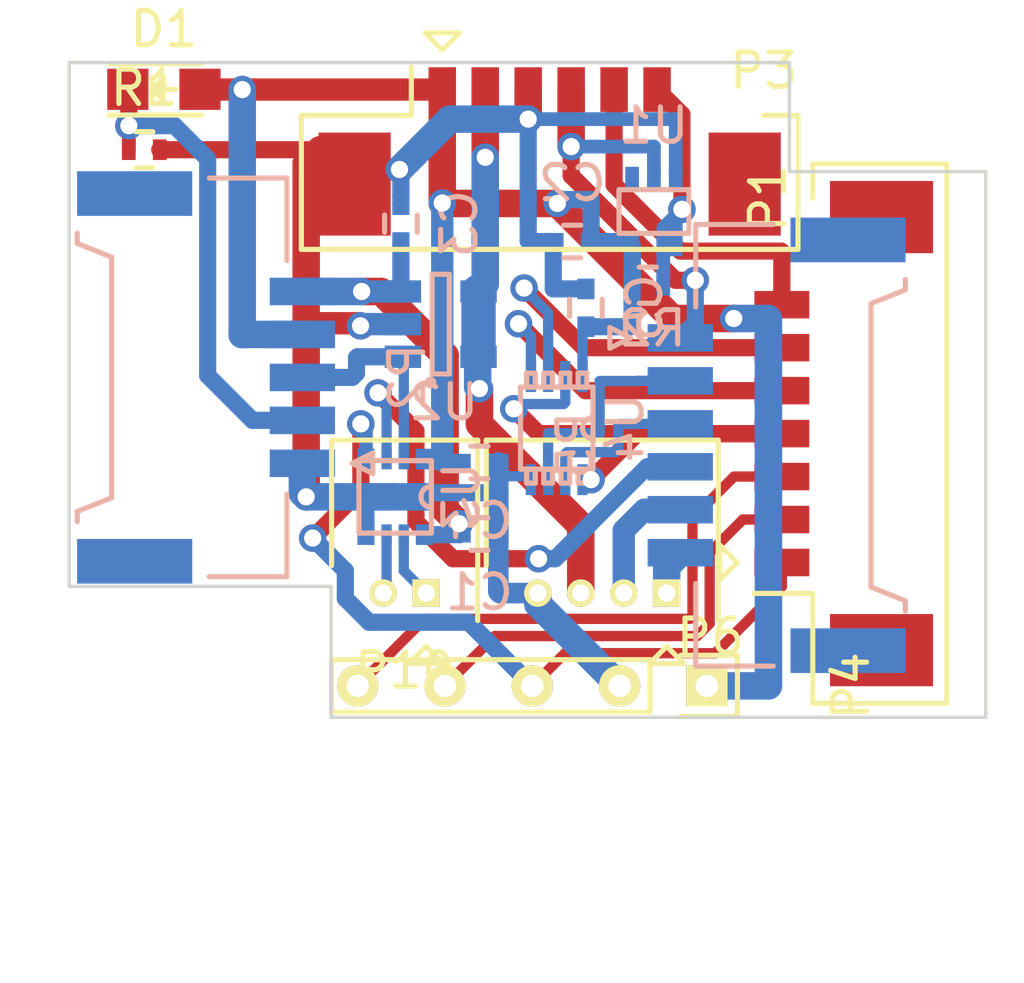
<source format=kicad_pcb>
(kicad_pcb (version 20221018) (generator pcbnew)
  (layers (0 "F.Cu" signal) (31 "B.Cu" signal) (34 "B.Paste" user) (35 "F.Paste" user) (36 "B.SilkS" user "B.Silkscreen") (37 "F.SilkS" user "F.Silkscreen") (38 "B.Mask" user) (39 "F.Mask" user) (44 "Edge.Cuts" user))
  (net 0 "")
  (net 1 "/VREG")
  (net 2 "GND")
  (net 3 "VCC")
  (net 4 "/LIGHT")
  (net 5 "/~{STEP_SLP}")
  (net 6 "/SOL_EN")
  (net 7 "/SRV2")
  (net 8 "/SRV1")
  (net 9 "/MISO")
  (net 10 "/SOL_DIR")
  (net 11 "/PWR_SEL")
  (net 12 "/SHD_DRV")
  (net 13 "/SCLK")
  (net 14 "/MT_DIR")
  (net 15 "/BL_CS")
  (net 16 "/MT_STOP")
  (net 17 "/SHD_P")
  (net 18 "/SHD_N")
  (net 19 "/VMOT")
  (net 20 "/BL_CI")
  (net 21 "/BL_DO")
  (net 22 "Net-(P3-Pad6)")
  (footprint "Resistors_SMD:R_0402" (layer "F.Cu") (at 73.31 59.67)
    (fp_text reference "R1" (at 0 -1.8) (layer "F.SilkS"))
    (fp_text value "10K")
    (fp_line (start -0.25 0.525) (end 0.25 0.525) (stroke (width 0.15)) (layer "F.SilkS"))
    (fp_line (start 0.25 -0.525) (end -0.25 -0.525) (stroke (width 0.15)) (layer "F.SilkS"))
    (pad "1" smd rect (at -0.45 0) (size 0.4 0.6) (layers "F.Cu" "F.Paste" "F.Mask") (net 4 "/LIGHT"))
    (pad "2" smd rect (at 0.45 0) (size 0.4 0.6) (layers "F.Cu" "F.Paste" "F.Mask") (net 2 "GND"))
  )
  (footprint "LEDs:LED_0805" (layer "F.Cu") (at 73.88098 57.912)
    (fp_text reference "D1" (at 0 -1.75) (layer "F.SilkS"))
    (fp_text value "SFH3710")
    (fp_line (start -1.6 -0.75) (end 1.1 -0.75) (stroke (width 0.15)) (layer "F.SilkS"))
    (fp_line (start -1.6 0.75) (end 1.1 0.75) (stroke (width 0.15)) (layer "F.SilkS"))
    (fp_line (start -0.35 -0.35) (end -0.35 0.35) (stroke (width 0.15)) (layer "F.SilkS"))
    (fp_line (start -0.35 0) (end 0 -0.35) (stroke (width 0.15)) (layer "F.SilkS"))
    (fp_line (start -0.1 -0.1) (end -0.25 0.05) (stroke (width 0.15)) (layer "F.SilkS"))
    (fp_line (start -0.1 0.15) (end -0.1 -0.1) (stroke (width 0.15)) (layer "F.SilkS"))
    (fp_line (start 0 -0.35) (end 0 0.35) (stroke (width 0.15)) (layer "F.SilkS"))
    (fp_line (start 0 0) (end 0.35 0) (stroke (width 0.15)) (layer "F.SilkS"))
    (fp_line (start 0 0.35) (end -0.35 0) (stroke (width 0.15)) (layer "F.SilkS"))
    (pad "1" smd rect (at -1.04902 0 180) (size 1.19888 1.19888) (layers "F.Cu" "F.Paste" "F.Mask") (net 4 "/LIGHT"))
    (pad "2" smd rect (at 1.04902 0 180) (size 1.19888 1.19888) (layers "F.Cu" "F.Paste" "F.Mask") (net 3 "VCC"))
  )
  (footprint "Connectors_Molex:Molex_PicoBlade_53048-0210" (layer "F.Cu") (at 81.51 72.57 180)
    (fp_text reference "P10" (at 0.625 -2.25 180) (layer "F.SilkS"))
    (fp_text value "CON_SHD")
    (fp_line (start -1.5 -0.8) (end -1.5 4.45) (stroke (width 0.15)) (layer "F.SilkS"))
    (fp_line (start -1.5 4.45) (end 2.75 4.45) (stroke (width 0.15)) (layer "F.SilkS"))
    (fp_line (start -0.5 -2.05) (end 0.5 -2.05) (stroke (width 0.15)) (layer "F.SilkS"))
    (fp_line (start 0 -1.55) (end -0.5 -2.05) (stroke (width 0.15)) (layer "F.SilkS"))
    (fp_line (start 0.5 -2.05) (end 0 -1.55) (stroke (width 0.15)) (layer "F.SilkS"))
    (fp_line (start 2.75 4.45) (end 2.75 0.8) (stroke (width 0.15)) (layer "F.SilkS"))
    (pad "1" thru_hole rect (at 0 0 180) (size 0.8 0.8) (drill 0.5) (layers "*.Cu" "*.Mask" "F.SilkS") (net 17 "/SHD_P"))
    (pad "2" thru_hole oval (at 1.25 0 180) (size 0.8 0.8) (drill 0.5) (layers "*.Cu" "*.Mask" "F.SilkS") (net 18 "/SHD_N"))
  )
  (footprint "Connectors_Molex:Molex_PicoBlade_53261-0771" (layer "F.Cu") (at 94.76 67.93 90)
    (fp_text reference "P1" (at 6.85 -3.3 90) (layer "F.SilkS"))
    (fp_text value "CONN_ProMini_Up")
    (fp_line (start -7.85 -2) (end -7.85 1.9) (stroke (width 0.15)) (layer "F.SilkS"))
    (fp_line (start -7.85 1.9) (end 7.85 1.9) (stroke (width 0.15)) (layer "F.SilkS"))
    (fp_line (start -4.65 -3.7) (end -4.65 -2) (stroke (width 0.15)) (layer "F.SilkS"))
    (fp_line (start -4.65 -2) (end -7.85 -2) (stroke (width 0.15)) (layer "F.SilkS"))
    (fp_line (start -4.25 -4.7) (end -3.25 -4.7) (stroke (width 0.15)) (layer "F.SilkS"))
    (fp_line (start -3.75 -4.2) (end -4.25 -4.7) (stroke (width 0.15)) (layer "F.SilkS"))
    (fp_line (start -3.25 -4.7) (end -3.75 -4.2) (stroke (width 0.15)) (layer "F.SilkS"))
    (fp_line (start 7.85 -2) (end 6.85 -2) (stroke (width 0.15)) (layer "F.SilkS"))
    (fp_line (start 7.85 1.9) (end 7.85 -2) (stroke (width 0.15)) (layer "F.SilkS"))
    (pad "" smd rect (at -6.3 0 90) (size 2.1 3) (layers "F.Cu" "F.Paste" "F.Mask"))
    (pad "" smd rect (at 6.3 0 90) (size 2.1 3) (layers "F.Cu" "F.Paste" "F.Mask"))
    (pad "1" smd rect (at -3.75 -2.9 90) (size 0.8 1.6) (layers "F.Cu" "F.Paste" "F.Mask") (net 5 "/~{STEP_SLP}"))
    (pad "2" smd rect (at -2.5 -2.9 90) (size 0.8 1.6) (layers "F.Cu" "F.Paste" "F.Mask") (net 6 "/SOL_EN"))
    (pad "3" smd rect (at -1.25 -2.9 90) (size 0.8 1.6) (layers "F.Cu" "F.Paste" "F.Mask") (net 10 "/SOL_DIR"))
    (pad "4" smd rect (at 0 -2.9 90) (size 0.8 1.6) (layers "F.Cu" "F.Paste" "F.Mask") (net 15 "/BL_CS"))
    (pad "5" smd rect (at 1.25 -2.9 90) (size 0.8 1.6) (layers "F.Cu" "F.Paste" "F.Mask") (net 13 "/SCLK"))
    (pad "6" smd rect (at 2.5 -2.9 90) (size 0.8 1.6) (layers "F.Cu" "F.Paste" "F.Mask") (net 9 "/MISO"))
    (pad "7" smd rect (at 3.75 -2.9 90) (size 0.8 1.6) (layers "F.Cu" "F.Paste" "F.Mask") (net 16 "/MT_STOP"))
  )
  (footprint "Connectors_Molex:Molex_PicoBlade_53048-0410" (layer "F.Cu") (at 88.51 72.57 180)
    (fp_text reference "P6" (at -1.27 -1.27 180) (layer "F.SilkS"))
    (fp_text value "CONN_SRV")
    (fp_line (start -1.5 -0.8) (end -1.5 4.45) (stroke (width 0.15)) (layer "F.SilkS"))
    (fp_line (start -1.5 4.45) (end 5.25 4.45) (stroke (width 0.15)) (layer "F.SilkS"))
    (fp_line (start -0.5 -2.05) (end 0.5 -2.05) (stroke (width 0.15)) (layer "F.SilkS"))
    (fp_line (start 0 -1.55) (end -0.5 -2.05) (stroke (width 0.15)) (layer "F.SilkS"))
    (fp_line (start 0.5 -2.05) (end 0 -1.55) (stroke (width 0.15)) (layer "F.SilkS"))
    (fp_line (start 5.25 4.45) (end 5.25 0.8) (stroke (width 0.15)) (layer "F.SilkS"))
    (pad "1" thru_hole rect (at 0 0 180) (size 0.8 0.8) (drill 0.5) (layers "*.Cu" "*.Mask" "F.SilkS") (net 8 "/SRV1"))
    (pad "2" thru_hole oval (at 1.25 0 180) (size 0.8 0.8) (drill 0.5) (layers "*.Cu" "*.Mask" "F.SilkS") (net 7 "/SRV2"))
    (pad "3" thru_hole oval (at 2.5 0 180) (size 0.8 0.8) (drill 0.5) (layers "*.Cu" "*.Mask" "F.SilkS") (net 19 "/VMOT"))
    (pad "4" thru_hole oval (at 3.75 0 180) (size 0.8 0.8) (drill 0.5) (layers "*.Cu" "*.Mask" "F.SilkS") (net 2 "GND"))
  )
  (footprint "perfboard:Pin_Header_Straight_1x05" (layer "F.Cu") (at 89.68 75.27 -90)
    (fp_text reference "P4" (at 0 -4.191 270) (layer "F.SilkS"))
    (fp_text value "CON_POLOLU_DRV8834")
    (fp_line (start -0.889 -0.889) (end 0.889 -0.889) (stroke (width 0.15)) (layer "F.SilkS"))
    (fp_line (start -0.889 0.762) (end -0.889 -0.889) (stroke (width 0.15)) (layer "F.SilkS"))
    (fp_line (start -0.762 10.922) (end -0.762 1.651) (stroke (width 0.15)) (layer "F.SilkS"))
    (fp_line (start 0.762 1.651) (end -0.762 1.651) (stroke (width 0.15)) (layer "F.SilkS"))
    (fp_line (start 0.762 1.651) (end 0.762 10.922) (stroke (width 0.15)) (layer "F.SilkS"))
    (fp_line (start 0.762 10.922) (end -0.762 10.922) (stroke (width 0.15)) (layer "F.SilkS"))
    (fp_line (start 0.889 -0.889) (end 0.889 0.762) (stroke (width 0.15)) (layer "F.SilkS"))
    (pad "1" thru_hole rect (at 0 0 270) (size 1.2 1.2) (drill 0.65) (layers "*.Cu" "*.Mask" "F.SilkS") (net 3 "VCC"))
    (pad "2" thru_hole circle (at 0 2.54 270) (size 1.2 1.2) (drill 0.65) (layers "*.Cu" "*.Mask" "F.SilkS") (net 2 "GND"))
    (pad "3" thru_hole circle (at 0 5.08 270) (size 1.2 1.2) (drill 0.65) (layers "*.Cu" "*.Mask" "F.SilkS") (net 5 "/~{STEP_SLP}"))
    (pad "4" thru_hole circle (at 0 7.62 270) (size 1.2 1.2) (drill 0.65) (layers "*.Cu" "*.Mask" "F.SilkS") (net 6 "/SOL_EN"))
    (pad "5" thru_hole circle (at 0 10.16 270) (size 1.2 1.2) (drill 0.65) (layers "*.Cu" "*.Mask" "F.SilkS") (net 10 "/SOL_DIR"))
  )
  (footprint "Connectors_Molex:Molex_PicoBlade_53398-0671" (layer "F.Cu") (at 85.105 60.67)
    (fp_text reference "P3" (at 6.225 -3.3) (layer "F.SilkS"))
    (fp_text value "CON_MT")
    (fp_line (start -7.225 -2) (end -7.225 1.9) (stroke (width 0.15)) (layer "F.SilkS"))
    (fp_line (start -7.225 1.9) (end 7.225 1.9) (stroke (width 0.15)) (layer "F.SilkS"))
    (fp_line (start -4.025 -3.4) (end -4.025 -2) (stroke (width 0.15)) (layer "F.SilkS"))
    (fp_line (start -4.025 -2) (end -7.225 -2) (stroke (width 0.15)) (layer "F.SilkS"))
    (fp_line (start -3.625 -4.4) (end -2.625 -4.4) (stroke (width 0.15)) (layer "F.SilkS"))
    (fp_line (start -3.125 -3.9) (end -3.625 -4.4) (stroke (width 0.15)) (layer "F.SilkS"))
    (fp_line (start -2.625 -4.4) (end -3.125 -3.9) (stroke (width 0.15)) (layer "F.SilkS"))
    (fp_line (start 7.225 -2) (end 6.225 -2) (stroke (width 0.15)) (layer "F.SilkS"))
    (fp_line (start 7.225 1.9) (end 7.225 -2) (stroke (width 0.15)) (layer "F.SilkS"))
    (pad "" smd rect (at -5.675 0) (size 2.1 3) (layers "F.Cu" "F.Paste" "F.Mask") (net 2 "GND"))
    (pad "" smd rect (at 5.675 0) (size 2.1 3) (layers "F.Cu" "F.Paste" "F.Mask"))
    (pad "1" smd rect (at -3.125 -2.75) (size 0.8 1.3) (layers "F.Cu" "F.Paste" "F.Mask") (net 3 "VCC"))
    (pad "2" smd rect (at -1.875 -2.75) (size 0.8 1.3) (layers "F.Cu" "F.Paste" "F.Mask") (net 19 "/VMOT"))
    (pad "3" smd rect (at -0.625 -2.75) (size 0.8 1.3) (layers "F.Cu" "F.Paste" "F.Mask") (net 2 "GND"))
    (pad "4" smd rect (at 0.625 -2.75) (size 0.8 1.3) (layers "F.Cu" "F.Paste" "F.Mask") (net 14 "/MT_DIR"))
    (pad "5" smd rect (at 1.875 -2.75) (size 0.8 1.3) (layers "F.Cu" "F.Paste" "F.Mask") (net 16 "/MT_STOP"))
    (pad "6" smd rect (at 3.125 -2.75) (size 0.8 1.3) (layers "F.Cu" "F.Paste" "F.Mask") (net 22 "Net-(P3-Pad6)"))
  )
  (footprint "Connectors_Molex:Molex_PicoBlade_51021-53048-0410" (layer "F.Cu") (at 88.51 72.57 180)
    (fp_text reference "REF**" hide)
    (fp_text value "Molex_PicoBlade_51021-0400" hide)
  )
  (footprint "Connectors_Molex:Molex_PicoBlade_51021-53261-0771" (layer "F.Cu") (at 94.747 67.93 90)
    (fp_text reference "REF**" hide)
    (fp_text value "Molex_PicoBlade_51021-0700" hide)
  )
  (footprint "Connectors_Molex:Molex_PicoBlade_51021-53261-0671" (layer "F.Cu") (at 85.095 60.691)
    (fp_text reference "REF**" hide)
    (fp_text value "Molex_PicoBlade_51021-0600" hide)
  )
  (footprint "Capacitors_SMD:C_0402" (layer "B.Cu") (at 83.06 70.85)
    (fp_text reference "C1" (at 0 1.7) (layer "B.SilkS") (effects (justify mirror)))
    (fp_text value "0.1uF")
    (fp_line (start -0.25 -0.475) (end 0.25 -0.475) (stroke (width 0.15)) (layer "B.SilkS"))
    (fp_line (start 0.25 0.475) (end -0.25 0.475) (stroke (width 0.15)) (layer "B.SilkS"))
    (pad "1" smd rect (at -0.55 0) (size 0.6 0.5) (layers "B.Cu" "B.Paste" "B.Mask") (net 1 "/VREG"))
    (pad "2" smd rect (at 0.55 0) (size 0.6 0.5) (layers "B.Cu" "B.Paste" "B.Mask") (net 2 "GND"))
  )
  (footprint "Capacitors_SMD:C_0402" (layer "B.Cu") (at 85.76 62.342 180)
    (fp_text reference "C2" (at 0 1.7 180) (layer "B.SilkS") (effects (justify mirror)))
    (fp_text value "0.1uF")
    (fp_line (start -0.25 -0.475) (end 0.25 -0.475) (stroke (width 0.15)) (layer "B.SilkS"))
    (fp_line (start 0.25 0.475) (end -0.25 0.475) (stroke (width 0.15)) (layer "B.SilkS"))
    (pad "1" smd rect (at -0.55 0 180) (size 0.6 0.5) (layers "B.Cu" "B.Paste" "B.Mask") (net 3 "VCC"))
    (pad "2" smd rect (at 0.55 0 180) (size 0.6 0.5) (layers "B.Cu" "B.Paste" "B.Mask") (net 2 "GND"))
  )
  (footprint "Capacitors_SMD:C_0402" (layer "B.Cu") (at 80.777 61.82 90)
    (fp_text reference "C3" (at 0 1.7 90) (layer "B.SilkS") (effects (justify mirror)))
    (fp_text value "0.1uF")
    (fp_line (start -0.25 -0.475) (end 0.25 -0.475) (stroke (width 0.15)) (layer "B.SilkS"))
    (fp_line (start 0.25 0.475) (end -0.25 0.475) (stroke (width 0.15)) (layer "B.SilkS"))
    (pad "1" smd rect (at -0.55 0 90) (size 0.6 0.5) (layers "B.Cu" "B.Paste" "B.Mask") (net 1 "/VREG"))
    (pad "2" smd rect (at 0.55 0 90) (size 0.6 0.5) (layers "B.Cu" "B.Paste" "B.Mask") (net 2 "GND"))
  )
  (footprint "Capacitors_SMD:C_0402" (layer "B.Cu") (at 83.06 68.77)
    (fp_text reference "C4" (at 0 1.7) (layer "B.SilkS") (effects (justify mirror)))
    (fp_text value "0.1uF")
    (fp_line (start -0.25 -0.475) (end 0.25 -0.475) (stroke (width 0.15)) (layer "B.SilkS"))
    (fp_line (start 0.25 0.475) (end -0.25 0.475) (stroke (width 0.15)) (layer "B.SilkS"))
    (pad "1" smd rect (at -0.55 0) (size 0.6 0.5) (layers "B.Cu" "B.Paste" "B.Mask") (net 3 "VCC"))
    (pad "2" smd rect (at 0.55 0) (size 0.6 0.5) (layers "B.Cu" "B.Paste" "B.Mask") (net 2 "GND"))
  )
  (footprint "Capacitors_SMD:C_0402" (layer "B.Cu") (at 86.16 64.27 90)
    (fp_text reference "C5" (at 0 1.7 90) (layer "B.SilkS") (effects (justify mirror)))
    (fp_text value "0.1uF")
    (fp_line (start -0.25 -0.475) (end 0.25 -0.475) (stroke (width 0.15)) (layer "B.SilkS"))
    (fp_line (start 0.25 0.475) (end -0.25 0.475) (stroke (width 0.15)) (layer "B.SilkS"))
    (pad "1" smd rect (at -0.55 0 90) (size 0.6 0.5) (layers "B.Cu" "B.Paste" "B.Mask") (net 3 "VCC"))
    (pad "2" smd rect (at 0.55 0 90) (size 0.6 0.5) (layers "B.Cu" "B.Paste" "B.Mask") (net 2 "GND"))
  )
  (footprint "Resistors_SMD:R_0402" (layer "B.Cu") (at 87.96 63.612)
    (fp_text reference "R2" (at 0.132 1.255) (layer "B.SilkS") (effects (justify mirror)))
    (fp_text value "10K")
    (fp_line (start -0.25 -0.525) (end 0.25 -0.525) (stroke (width 0.15)) (layer "B.SilkS"))
    (fp_line (start 0.25 0.525) (end -0.25 0.525) (stroke (width 0.15)) (layer "B.SilkS"))
    (pad "1" smd rect (at -0.45 0) (size 0.4 0.6) (layers "B.Cu" "B.Paste" "B.Mask") (net 3 "VCC"))
    (pad "2" smd rect (at 0.45 0) (size 0.4 0.6) (layers "B.Cu" "B.Paste" "B.Mask") (net 22 "Net-(P3-Pad6)"))
  )
  (footprint "perfboard:SOT-353" (layer "B.Cu") (at 88.138 61.468 -90)
    (fp_text reference "U1" (at -2.5 0 180) (layer "B.SilkS") (effects (justify mirror)))
    (fp_text value "74AHC1G04")
    (fp_line (start -0.635 -1.016) (end 0.635 -1.016) (stroke (width 0.15)) (layer "B.SilkS"))
    (fp_line (start -0.635 1.016) (end -0.635 -1.016) (stroke (width 0.15)) (layer "B.SilkS"))
    (fp_line (start 0.635 -1.016) (end 0.635 1.016) (stroke (width 0.15)) (layer "B.SilkS"))
    (fp_line (start 0.635 1.016) (end -0.635 1.016) (stroke (width 0.15)) (layer "B.SilkS"))
    (pad "1" smd rect (at -1 0.635 270) (size 0.6 0.4) (layers "B.Cu" "B.Paste" "B.Mask"))
    (pad "2" smd rect (at -1 0 270) (size 0.6 0.4) (layers "B.Cu" "B.Paste" "B.Mask") (net 14 "/MT_DIR"))
    (pad "3" smd rect (at -1 -0.635 270) (size 0.6 0.4) (layers "B.Cu" "B.Paste" "B.Mask") (net 2 "GND"))
    (pad "4" smd rect (at 1 -0.635 270) (size 0.6 0.4) (layers "B.Cu" "B.Paste" "B.Mask") (net 22 "Net-(P3-Pad6)"))
    (pad "5" smd rect (at 1 0.635 270) (size 0.6 0.4) (layers "B.Cu" "B.Paste" "B.Mask") (net 3 "VCC"))
  )
  (footprint "TO_SOT_Packages_SMD:SOT-23-5" (layer "B.Cu") (at 81.935 64.745)
    (fp_text reference "U2" (at 0.089 2.271) (layer "B.SilkS") (effects (justify mirror)))
    (fp_text value "MIC2514")
    (fp_line (start -0.25 -1.45) (end 0.25 -1.45) (stroke (width 0.15)) (layer "B.SilkS"))
    (fp_line (start -0.25 1.45) (end -0.25 -1.45) (stroke (width 0.15)) (layer "B.SilkS"))
    (fp_line (start 0.25 -1.45) (end 0.25 1.45) (stroke (width 0.15)) (layer "B.SilkS"))
    (fp_line (start 0.25 1.45) (end -0.25 1.45) (stroke (width 0.15)) (layer "B.SilkS"))
    (fp_circle (center -0.3 1.7) (end -0.2 1.7) (stroke (width 0.15)) (fill none) (layer "B.SilkS"))
    (pad "1" smd rect (at -1.1 0.95) (size 1.06 0.65) (layers "B.Cu" "B.Paste" "B.Mask") (net 11 "/PWR_SEL"))
    (pad "2" smd rect (at -1.1 0) (size 1.06 0.65) (layers "B.Cu" "B.Paste" "B.Mask") (net 2 "GND"))
    (pad "3" smd rect (at -1.1 -0.95) (size 1.06 0.65) (layers "B.Cu" "B.Paste" "B.Mask") (net 1 "/VREG"))
    (pad "4" smd rect (at 1.1 -0.95) (size 1.06 0.65) (layers "B.Cu" "B.Paste" "B.Mask") (net 19 "/VMOT"))
    (pad "5" smd rect (at 1.1 0.95) (size 1.06 0.65) (layers "B.Cu" "B.Paste" "B.Mask") (net 19 "/VMOT"))
  )
  (footprint "perfboard:SN74LVC2G126_DCU_8" (layer "B.Cu") (at 85.31 67.77 90)
    (fp_text reference "U4" (at 0 2 90) (layer "B.SilkS") (effects (justify mirror)))
    (fp_text value "74LVC2G126")
    (fp_line (start -1.6002 -0.877) (end -1.1938 -0.877) (stroke (width 0.1524)) (layer "B.SilkS"))
    (fp_line (start -1.6002 -0.623) (end -1.6002 -0.877) (stroke (width 0.1524)) (layer "B.SilkS"))
    (fp_line (start -1.6002 -0.377) (end -1.1938 -0.377) (stroke (width 0.1524)) (layer "B.SilkS"))
    (fp_line (start -1.6002 -0.123) (end -1.6002 -0.377) (stroke (width 0.1524)) (layer "B.SilkS"))
    (fp_line (start -1.6002 0.123) (end -1.1938 0.123) (stroke (width 0.1524)) (layer "B.SilkS"))
    (fp_line (start -1.6002 0.377) (end -1.6002 0.123) (stroke (width 0.1524)) (layer "B.SilkS"))
    (fp_line (start -1.6002 0.623) (end -1.1938 0.623) (stroke (width 0.1524)) (layer "B.SilkS"))
    (fp_line (start -1.6002 0.877) (end -1.6002 0.623) (stroke (width 0.1524)) (layer "B.SilkS"))
    (fp_line (start -1.1938 -1.0541) (end 1.1938 -1.0541) (stroke (width 0.1524)) (layer "B.SilkS"))
    (fp_line (start -1.1938 -0.877) (end -1.1938 -0.623) (stroke (width 0.1524)) (layer "B.SilkS"))
    (fp_line (start -1.1938 -0.623) (end -1.6002 -0.623) (stroke (width 0.1524)) (layer "B.SilkS"))
    (fp_line (start -1.1938 -0.377) (end -1.1938 -0.123) (stroke (width 0.1524)) (layer "B.SilkS"))
    (fp_line (start -1.1938 -0.123) (end -1.6002 -0.123) (stroke (width 0.1524)) (layer "B.SilkS"))
    (fp_line (start -1.1938 0.123) (end -1.1938 0.377) (stroke (width 0.1524)) (layer "B.SilkS"))
    (fp_line (start -1.1938 0.377) (end -1.6002 0.377) (stroke (width 0.1524)) (layer "B.SilkS"))
    (fp_line (start -1.1938 0.623) (end -1.1938 0.877) (stroke (width 0.1524)) (layer "B.SilkS"))
    (fp_line (start -1.1938 0.877) (end -1.6002 0.877) (stroke (width 0.1524)) (layer "B.SilkS"))
    (fp_line (start -1.1938 1.0541) (end -1.1938 -1.0541) (stroke (width 0.1524)) (layer "B.SilkS"))
    (fp_line (start 1.1938 -1.0541) (end 1.1938 1.0541) (stroke (width 0.1524)) (layer "B.SilkS"))
    (fp_line (start 1.1938 -0.877) (end 1.6002 -0.877) (stroke (width 0.1524)) (layer "B.SilkS"))
    (fp_line (start 1.1938 -0.623) (end 1.1938 -0.877) (stroke (width 0.1524)) (layer "B.SilkS"))
    (fp_line (start 1.1938 -0.377) (end 1.6002 -0.377) (stroke (width 0.1524)) (layer "B.SilkS"))
    (fp_line (start 1.1938 -0.123) (end 1.1938 -0.377) (stroke (width 0.1524)) (layer "B.SilkS"))
    (fp_line (start 1.1938 0.123) (end 1.6002 0.123) (stroke (width 0.1524)) (layer "B.SilkS"))
    (fp_line (start 1.1938 0.377) (end 1.1938 0.123) (stroke (width 0.1524)) (layer "B.SilkS"))
    (fp_line (start 1.1938 0.623) (end 1.6002 0.623) (stroke (width 0.1524)) (layer "B.SilkS"))
    (fp_line (start 1.1938 0.877) (end 1.1938 0.623) (stroke (width 0.1524)) (layer "B.SilkS"))
    (fp_line (start 1.1938 1.0541) (end -1.1938 1.0541) (stroke (width 0.1524)) (layer "B.SilkS"))
    (fp_line (start 1.6002 -0.877) (end 1.6002 -0.623) (stroke (width 0.1524)) (layer "B.SilkS"))
    (fp_line (start 1.6002 -0.623) (end 1.1938 -0.623) (stroke (width 0.1524)) (layer "B.SilkS"))
    (fp_line (start 1.6002 -0.377) (end 1.6002 -0.123) (stroke (width 0.1524)) (layer "B.SilkS"))
    (fp_line (start 1.6002 -0.123) (end 1.1938 -0.123) (stroke (width 0.1524)) (layer "B.SilkS"))
    (fp_line (start 1.6002 0.123) (end 1.6002 0.377) (stroke (width 0.1524)) (layer "B.SilkS"))
    (fp_line (start 1.6002 0.377) (end 1.1938 0.377) (stroke (width 0.1524)) (layer "B.SilkS"))
    (fp_line (start 1.6002 0.623) (end 1.6002 0.877) (stroke (width 0.1524)) (layer "B.SilkS"))
    (fp_line (start 1.6002 0.877) (end 1.1938 0.877) (stroke (width 0.1524)) (layer "B.SilkS"))
    (fp_arc (start -0.3048 1.0541) (mid 0 0.7493) (end 0.3048 1.0541) (stroke (width 0.1524)) (layer "B.SilkS"))
    (pad "1" smd rect (at -1.5 0.75 90) (size 0.9 0.3) (layers "B.Cu" "B.Paste" "B.Mask") (net 15 "/BL_CS"))
    (pad "2" smd rect (at -1.5 0.25 90) (size 0.9 0.3) (layers "B.Cu" "B.Paste" "B.Mask") (net 21 "/BL_DO"))
    (pad "3" smd rect (at -1.5 -0.25 90) (size 0.9 0.3) (layers "B.Cu" "B.Paste" "B.Mask") (net 20 "/BL_CI"))
    (pad "4" smd rect (at -1.5 -0.75 90) (size 0.9 0.3) (layers "B.Cu" "B.Paste" "B.Mask") (net 2 "GND"))
    (pad "5" smd rect (at 1.5 -0.75 90) (size 0.9 0.3) (layers "B.Cu" "B.Paste" "B.Mask") (net 13 "/SCLK"))
    (pad "6" smd rect (at 1.5 -0.25 90) (size 0.9 0.3) (layers "B.Cu" "B.Paste" "B.Mask") (net 9 "/MISO"))
    (pad "7" smd rect (at 1.5 0.25 90) (size 0.9 0.3) (layers "B.Cu" "B.Paste" "B.Mask") (net 15 "/BL_CS"))
    (pad "8" smd rect (at 1.5 0.75 90) (size 0.9 0.3) (layers "B.Cu" "B.Paste" "B.Mask") (net 3 "VCC"))
  )
  (footprint "perfboard:DRV8838_DSG_8_ManualSolder" (layer "B.Cu") (at 80.61 69.770001 90)
    (fp_text reference "U3" (at -0.00254 1.9304 90) (layer "B.SilkS") (effects (justify mirror)))
    (fp_text value "DRV8838")
    (fp_line (start -1.0541 -1.0541) (end 1.0541 -1.0541) (stroke (width 0.1524)) (layer "B.SilkS"))
    (fp_line (start -1.0541 1.0541) (end -1.0541 -1.0541) (stroke (width 0.1524)) (layer "B.SilkS"))
    (fp_line (start 1.0541 -1.0541) (end 1.0541 1.0541) (stroke (width 0.1524)) (layer "B.SilkS"))
    (fp_line (start 1.0541 1.0541) (end -1.0541 1.0541) (stroke (width 0.1524)) (layer "B.SilkS"))
    (fp_arc (start -0.3048 1.0541) (mid 0 0.7493) (end 0.3048 1.0541) (stroke (width 0.1524)) (layer "B.SilkS"))
    (pad "1" smd rect (at -1.1 0.85 90) (size 0.6 0.5) (layers "B.Cu" "B.Paste" "B.Mask") (net 1 "/VREG"))
    (pad "1" smd circle (at -0.950001 0.750001 90) (size 0.0254 0.0254) (layers "B.Cu" "B.Paste" "B.Mask") (net 1 "/VREG"))
    (pad "2" smd rect (at -1.1 0.25 90) (size 0.6 0.3) (layers "B.Cu" "B.Paste" "B.Mask") (net 17 "/SHD_P"))
    (pad "2" smd circle (at -0.950001 0.25 90) (size 0.0254 0.0254) (layers "B.Cu" "B.Paste" "B.Mask") (net 17 "/SHD_P"))
    (pad "3" smd rect (at -1.1 -0.25 90) (size 0.6 0.3) (layers "B.Cu" "B.Paste" "B.Mask") (net 18 "/SHD_N"))
    (pad "3" smd circle (at -0.950001 -0.25 90) (size 0.0254 0.0254) (layers "B.Cu" "B.Paste" "B.Mask") (net 18 "/SHD_N"))
    (pad "4" smd rect (at -1.1 -0.85 90) (size 0.6 0.5) (layers "B.Cu" "B.Paste" "B.Mask") (net 2 "GND"))
    (pad "4" smd circle (at -0.950001 -0.750001 90) (size 0.0254 0.0254) (layers "B.Cu" "B.Paste" "B.Mask") (net 2 "GND"))
    (pad "5" smd circle (at 0.950001 -0.750001 90) (size 0.0254 0.0254) (layers "B.Cu" "B.Paste" "B.Mask") (net 5 "/~{STEP_SLP}"))
    (pad "5" smd rect (at 1.1 -0.85 90) (size 0.6 0.5) (layers "B.Cu" "B.Paste" "B.Mask") (net 5 "/~{STEP_SLP}"))
    (pad "6" smd circle (at 0.950001 -0.25 90) (size 0.0254 0.0254) (layers "B.Cu" "B.Paste" "B.Mask") (net 12 "/SHD_DRV"))
    (pad "6" smd rect (at 1.1 -0.25 90) (size 0.6 0.3) (layers "B.Cu" "B.Paste" "B.Mask") (net 12 "/SHD_DRV"))
    (pad "7" smd circle (at 0.950001 0.25 90) (size 0.0254 0.0254) (layers "B.Cu" "B.Paste" "B.Mask") (net 11 "/PWR_SEL"))
    (pad "7" smd rect (at 1.1 0.25 90) (size 0.6 0.3) (layers "B.Cu" "B.Paste" "B.Mask") (net 11 "/PWR_SEL"))
    (pad "8" smd circle (at 0.950001 0.750001 90) (size 0.0254 0.0254) (layers "B.Cu" "B.Paste" "B.Mask") (net 3 "VCC"))
    (pad "8" smd rect (at 1.1 0.85 90) (size 0.6 0.5) (layers "B.Cu" "B.Paste" "B.Mask") (net 3 "VCC"))
    (pad "9" smd rect (at 0 0 90) (size 0.0254 0.0254) (layers "B.Cu" "B.Paste" "B.Mask") (net 2 "GND"))
    (pad "9" smd rect (at 0 0 90) (size 0.0254 0.0254) (layers "B.Cu" "B.Paste" "B.Mask") (net 2 "GND"))
    (pad "9" smd rect (at 0 0 90) (size 0.8 2.2) (layers "B.Cu" "B.Paste" "B.Mask") (net 2 "GND"))
  )
  (footprint "Connectors_Molex:Molex_Panelmate-53780-0570_05x1.25mm_Angled" (layer "B.Cu") (at 75.47 66.295 90)
    (fp_text reference "P2" (at 0 5.49 90) (layer "B.SilkS") (effects (justify mirror)))
    (fp_text value "CONN_ProMini_Down2")
    (fp_line (start -5.8 1.99) (end -5.8 -0.265) (stroke (width 0.15)) (layer "B.SilkS"))
    (fp_line (start -4.2 -4.11) (end -3.9 -4.11) (stroke (width 0.15)) (layer "B.SilkS"))
    (fp_line (start -3.9 -4.11) (end -3.5 -3.11) (stroke (width 0.15)) (layer "B.SilkS"))
    (fp_line (start -3.5 -3.11) (end 3.5 -3.11) (stroke (width 0.15)) (layer "B.SilkS"))
    (fp_line (start -3.4 1.99) (end -5.8 1.99) (stroke (width 0.15)) (layer "B.SilkS"))
    (fp_line (start -2.8 4.49) (end -2.5 3.89) (stroke (width 0.15)) (layer "B.SilkS"))
    (fp_line (start -2.5 3.89) (end -2.2 4.49) (stroke (width 0.15)) (layer "B.SilkS"))
    (fp_line (start -2.2 4.49) (end -2.8 4.49) (stroke (width 0.15)) (layer "B.SilkS"))
    (fp_line (start 3.4 1.99) (end 5.8 1.99) (stroke (width 0.15)) (layer "B.SilkS"))
    (fp_line (start 3.5 -3.11) (end 3.9 -4.11) (stroke (width 0.15)) (layer "B.SilkS"))
    (fp_line (start 3.9 -4.11) (end 4.2 -4.11) (stroke (width 0.15)) (layer "B.SilkS"))
    (fp_line (start 5.8 1.99) (end 5.8 -0.265) (stroke (width 0.15)) (layer "B.SilkS"))
    (pad "" smd rect (at -5.35 -2.44 90) (size 1.3 3.35) (layers "B.Cu" "B.Paste" "B.Mask"))
    (pad "" smd rect (at 5.35 -2.44 90) (size 1.3 3.35) (layers "B.Cu" "B.Paste" "B.Mask"))
    (pad "1" smd rect (at -2.5 2.44 90) (size 0.8 1.9) (layers "B.Cu" "B.Paste" "B.Mask") (net 2 "GND"))
    (pad "2" smd rect (at -1.25 2.44 90) (size 0.8 1.9) (layers "B.Cu" "B.Paste" "B.Mask") (net 4 "/LIGHT"))
    (pad "3" smd rect (at 0 2.44 90) (size 0.8 1.9) (layers "B.Cu" "B.Paste" "B.Mask") (net 11 "/PWR_SEL"))
    (pad "4" smd rect (at 1.25 2.44 90) (size 0.8 1.9) (layers "B.Cu" "B.Paste" "B.Mask") (net 3 "VCC"))
    (pad "5" smd rect (at 2.5 2.44 90) (size 0.8 1.9) (layers "B.Cu" "B.Paste" "B.Mask") (net 1 "/VREG"))
  )
  (footprint "Connectors_Molex:Molex_Panelmate-53780-0670_06x1.25mm_Angled" (layer "B.Cu") (at 91.345 68.27 -90)
    (fp_text reference "P5" (at 0 5.49 270) (layer "B.SilkS") (effects (justify mirror)))
    (fp_text value "CON_ProMini_Down")
    (fp_line (start -6.425 1.99) (end -6.425 -0.265) (stroke (width 0.15)) (layer "B.SilkS"))
    (fp_line (start -4.825 -4.11) (end -4.525 -4.11) (stroke (width 0.15)) (layer "B.SilkS"))
    (fp_line (start -4.525 -4.11) (end -4.125 -3.11) (stroke (width 0.15)) (layer "B.SilkS"))
    (fp_line (start -4.125 -3.11) (end 4.125 -3.11) (stroke (width 0.15)) (layer "B.SilkS"))
    (fp_line (start -4.025 1.99) (end -6.425 1.99) (stroke (width 0.15)) (layer "B.SilkS"))
    (fp_line (start -3.425 4.49) (end -3.125 3.89) (stroke (width 0.15)) (layer "B.SilkS"))
    (fp_line (start -3.125 3.89) (end -2.825 4.49) (stroke (width 0.15)) (layer "B.SilkS"))
    (fp_line (start -2.825 4.49) (end -3.425 4.49) (stroke (width 0.15)) (layer "B.SilkS"))
    (fp_line (start 4.025 1.99) (end 6.425 1.99) (stroke (width 0.15)) (layer "B.SilkS"))
    (fp_line (start 4.125 -3.11) (end 4.525 -4.11) (stroke (width 0.15)) (layer "B.SilkS"))
    (fp_line (start 4.525 -4.11) (end 4.825 -4.11) (stroke (width 0.15)) (layer "B.SilkS"))
    (fp_line (start 6.425 1.99) (end 6.425 -0.265) (stroke (width 0.15)) (layer "B.SilkS"))
    (pad "" smd rect (at -5.975 -2.44 270) (size 1.3 3.35) (layers "B.Cu" "B.Paste" "B.Mask"))
    (pad "" smd rect (at 5.975 -2.44 270) (size 1.3 3.35) (layers "B.Cu" "B.Paste" "B.Mask"))
    (pad "1" smd rect (at -3.125 2.44 270) (size 0.8 1.9) (layers "B.Cu" "B.Paste" "B.Mask") (net 14 "/MT_DIR"))
    (pad "2" smd rect (at -1.875 2.44 270) (size 0.8 1.9) (layers "B.Cu" "B.Paste" "B.Mask") (net 20 "/BL_CI"))
    (pad "3" smd rect (at -0.625 2.44 270) (size 0.8 1.9) (layers "B.Cu" "B.Paste" "B.Mask") (net 21 "/BL_DO"))
    (pad "4" smd rect (at 0.625 2.44 270) (size 0.8 1.9) (layers "B.Cu" "B.Paste" "B.Mask") (net 12 "/SHD_DRV"))
    (pad "5" smd rect (at 1.875 2.44 270) (size 0.8 1.9) (layers "B.Cu" "B.Paste" "B.Mask") (net 7 "/SRV2"))
    (pad "6" smd rect (at 3.125 2.44 270) (size 0.8 1.9) (layers "B.Cu" "B.Paste" "B.Mask") (net 8 "/SRV1"))
  )
  (footprint "Connectors_Molex:Molex_Panelmate-51146-0600" (layer "B.Cu") (at 91.318 68.27 -90)
    (fp_text reference "REF**" hide)
    (fp_text value "Molex_Panelmate-51146-0600" hide)
  )
  (footprint "Connectors_Molex:Molex_Panelmate-51146-0500" (layer "B.Cu") (at 75.443 66.279 90)
    (fp_text reference "__P2" hide)
    (fp_text value "Molex_Panelmate-51146-0500" hide)
  )
  (gr_line (start 92.08 57.135) (end 92.08 60.31) (stroke (width 0.1)) (layer "Edge.Cuts"))
  (gr_line (start 92.08 60.31) (end 97.795 60.31) (stroke (width 0.1)) (layer "Edge.Cuts"))
  (gr_line (start 97.795 60.31) (end 97.795 76.185) (stroke (width 0.1)) (layer "Edge.Cuts"))
  (gr_line (start 78.745 72.375) (end 78.745 76.185) (stroke (width 0.1)) (layer "Edge.Cuts"))
  (gr_line (start 71.125 72.375) (end 78.745 72.375) (stroke (width 0.1)) (layer "Edge.Cuts"))
  (gr_line (start 71.125 57.135) (end 92.08 57.135) (stroke (width 0.1)) (layer "Edge.Cuts"))
  (gr_line (start 71.125 57.135) (end 71.125 72.375) (stroke (width 0.1)) (layer "Edge.Cuts"))
  (gr_line (start 97.795 76.185) (end 78.745 76.185) (stroke (width 0.1)) (layer "Edge.Cuts"))
  (segment (start 82.062999 70.142999) (end 82.062999 65.658314) (width 0.8) (layer "F.Cu") (net 1))
  (segment (start 82.47 70.55) (end 82.062999 70.142999) (width 0.8) (layer "F.Cu") (net 1))
  (segment (start 82.062999 65.658314) (end 80.199685 63.795) (width 0.8) (layer "F.Cu") (net 1))
  (segment (start 80.199685 63.795) (end 79.634 63.795) (width 0.8) (layer "F.Cu") (net 1))
  (via (at 82.47 70.55) (size 0.8) (drill 0.5) (layers "F.Cu" "B.Cu") (net 1))
  (via (at 79.634 63.795) (size 0.8) (drill 0.5) (layers "F.Cu" "B.Cu") (net 1))
  (segment (start 81.46 70.870001) (end 82.489999 70.870001) (width 0.5) (layer "B.Cu") (net 1))
  (segment (start 79.634 63.795) (end 80.81 63.795) (width 0.65) (layer "B.Cu") (net 1))
  (segment (start 80.777 62.37) (end 80.777 63.737) (width 0.5) (layer "B.Cu") (net 1))
  (segment (start 82.47 70.81) (end 82.51 70.85) (width 0.5) (layer "B.Cu") (net 1))
  (segment (start 77.91 63.795) (end 79.634 63.795) (width 0.8) (layer "B.Cu") (net 1))
  (segment (start 82.47 70.55) (end 82.47 70.81) (width 0.5) (layer "B.Cu") (net 1))
  (segment (start 82.489999 70.870001) (end 82.51 70.85) (width 0.5) (layer "B.Cu") (net 1))
  (segment (start 80.777 63.737) (end 80.835 63.795) (width 0.5) (layer "B.Cu") (net 1))
  (segment (start 79.855 60.245) (end 79.43 60.67) (width 0.5) (layer "F.Cu") (net 2))
  (segment (start 79.602049 64.79401) (end 79.52704 64.719001) (width 0.65) (layer "F.Cu") (net 2))
  (segment (start 84.48 57.92) (end 84.48 58.78) (width 0.8) (layer "F.Cu") (net 2))
  (segment (start 78.020001 60.079999) (end 78.43 59.67) (width 0.8) (layer "F.Cu") (net 2))
  (segment (start 79.43 60.22) (end 79.43 60.67) (width 0.25) (layer "F.Cu") (net 2))
  (segment (start 79.52704 64.719001) (end 78.069002 64.719001) (width 0.65) (layer "F.Cu") (net 2))
  (segment (start 78.069002 64.719001) (end 78.020001 64.67) (width 0.65) (layer "F.Cu") (net 2))
  (segment (start 78.020001 64.67) (end 78.020001 60.079999) (width 0.8) (layer "F.Cu") (net 2))
  (segment (start 80.735 60.245) (end 79.855 60.245) (width 0.5) (layer "F.Cu") (net 2))
  (segment (start 78.020001 69.770001) (end 78.020001 64.67) (width 0.8) (layer "F.Cu") (net 2))
  (segment (start 73.76 59.67) (end 78.43 59.67) (width 0.5) (layer "F.Cu") (net 2))
  (segment (start 78.43 59.67) (end 79.43 60.67) (width 0.5) (layer "F.Cu") (net 2))
  (via (at 79.602049 64.79401) (size 0.8) (drill 0.5) (layers "F.Cu" "B.Cu") (net 2))
  (via (at 84.48 58.78) (size 0.8) (drill 0.5) (layers "F.Cu" "B.Cu") (net 2))
  (via (at 78.020001 69.770001) (size 0.8) (drill 0.5) (layers "F.Cu" "B.Cu") (net 2))
  (via (at 80.735 60.245) (size 0.8) (drill 0.5) (layers "F.Cu" "B.Cu") (net 2))
  (segment (start 80.61 69.770001) (end 80.720001 69.66) (width 0.5) (layer "B.Cu") (net 2))
  (segment (start 77.91 68.795) (end 77.91 69.66) (width 0.8) (layer "B.Cu") (net 2))
  (segment (start 80.735 60.245) (end 82.2 58.78) (width 0.8) (layer "B.Cu") (net 2))
  (segment (start 88.773 60.468) (end 88.773 58.787) (width 0.4) (layer "B.Cu") (net 2))
  (segment (start 83.61 72.53) (end 83.61 70.85) (width 0.6) (layer "B.Cu") (net 2))
  (segment (start 78.96 69.770001) (end 80.61 69.770001) (width 0.8) (layer "B.Cu") (net 2))
  (segment (start 83.61 68.77) (end 83.61 69.59) (width 0.6) (layer "B.Cu") (net 2))
  (segment (start 80.777 61.27) (end 80.777 60.287) (width 0.5) (layer "B.Cu") (net 2))
  (segment (start 80.730001 69.65) (end 83.55 69.65) (width 0.5) (layer "B.Cu") (net 2))
  (segment (start 80.510001 69.819999) (end 80.904 69.819999) (width 0.3) (layer "B.Cu") (net 2))
  (segment (start 85.21 62.342) (end 84.502 62.342) (width 0.5) (layer "B.Cu") (net 2))
  (segment (start 83.61 69.59) (end 83.61 70.85) (width 0.6) (layer "B.Cu") (net 2))
  (segment (start 84.502 62.342) (end 84.48 62.32) (width 0.5) (layer "B.Cu") (net 2))
  (segment (start 85.21 62.342) (end 85.21 63.72) (width 0.5) (layer "B.Cu") (net 2))
  (segment (start 83.55 69.65) (end 83.61 69.59) (width 0.5) (layer "B.Cu") (net 2))
  (segment (start 83.61 69.17) (end 83.61 68.72) (width 0.3) (layer "B.Cu") (net 2))
  (segment (start 79.46 69.770001) (end 78.96 69.770001) (width 0.5) (layer "B.Cu") (net 2))
  (segment (start 85.21 63.72) (end 86.16 63.72) (width 0.5) (layer "B.Cu") (net 2))
  (segment (start 87.14 75.27) (end 84.76 72.89) (width 0.8) (layer "B.Cu") (net 2))
  (segment (start 77.91 69.66) (end 78.020001 69.770001) (width 0.8) (layer "B.Cu") (net 2))
  (segment (start 82.2 58.78) (end 84.48 58.78) (width 0.8) (layer "B.Cu") (net 2))
  (segment (start 84.56 69.17) (end 83.61 69.17) (width 0.3) (layer "B.Cu") (net 2))
  (segment (start 83.65 72.57) (end 83.61 72.53) (width 0.5) (layer "B.Cu") (net 2))
  (segment (start 84.76 72.89) (end 84.76 72.57) (width 0.8) (layer "B.Cu") (net 2))
  (segment (start 79.76 70.070001) (end 79.46 69.770001) (width 0.5) (layer "B.Cu") (net 2))
  (segment (start 79.651059 64.745) (end 79.602049 64.79401) (width 0.65) (layer "B.Cu") (net 2))
  (segment (start 79.76 70.870001) (end 79.76 70.070001) (width 0.5) (layer "B.Cu") (net 2))
  (segment (start 84.48 62.32) (end 84.48 58.78) (width 0.5) (layer "B.Cu") (net 2))
  (segment (start 84.76 72.57) (end 83.65 72.57) (width 0.6) (layer "B.Cu") (net 2))
  (segment (start 80.61 69.770001) (end 80.730001 69.65) (width 0.5) (layer "B.Cu") (net 2))
  (segment (start 80.81 64.745) (end 79.651059 64.745) (width 0.65) (layer "B.Cu") (net 2))
  (segment (start 80.777 60.287) (end 80.735 60.245) (width 0.5) (layer "B.Cu") (net 2))
  (segment (start 88.773 58.787) (end 88.766 58.78) (width 0.4) (layer "B.Cu") (net 2))
  (segment (start 78.020001 69.770001) (end 78.96 69.770001) (width 0.8) (layer "B.Cu") (net 2))
  (segment (start 88.766 58.78) (end 84.48 58.78) (width 0.4) (layer "B.Cu") (net 2))
  (segment (start 81.993219 61.233219) (end 85.32901 61.233219) (width 0.8) (layer "F.Cu") (net 3))
  (segment (start 81.98 57.92) (end 81.98 61.22) (width 0.8) (layer "F.Cu") (net 3))
  (segment (start 88.676781 64.58099) (end 85.32901 61.233219) (width 0.8) (layer "F.Cu") (net 3))
  (segment (start 74.938 57.92) (end 74.93 57.912) (width 0.65) (layer "F.Cu") (net 3))
  (segment (start 81.98 57.92) (end 76.16 57.92) (width 0.65) (layer "F.Cu") (net 3))
  (segment (start 76.16 57.92) (end 74.938 57.92) (width 0.65) (layer "F.Cu") (net 3))
  (segment (start 90.460999 64.58099) (end 88.676781 64.58099) (width 0.8) (layer "F.Cu") (net 3))
  (segment (start 89.75 75.55) (end 89.54 75.55) (width 0.25) (layer "F.Cu") (net 3))
  (segment (start 81.853 57.643) (end 81.98 57.77) (width 0.25) (layer "F.Cu") (net 3))
  (segment (start 81.98 61.22) (end 81.993219 61.233219) (width 0.8) (layer "F.Cu") (net 3))
  (via (at 85.32901 61.233219) (size 0.8) (drill 0.5) (layers "F.Cu" "B.Cu") (net 3))
  (via (at 81.98 61.22) (size 0.8) (drill 0.5) (layers "F.Cu" "B.Cu") (net 3))
  (via (at 76.16 57.92) (size 0.8) (drill 0.5) (layers "F.Cu" "B.Cu") (net 3))
  (via (at 90.460999 64.58099) (size 0.8) (drill 0.5) (layers "F.Cu" "B.Cu") (net 3))
  (segment (start 87.454999 64.82) (end 87.503 64.771999) (width 0.5) (layer "B.Cu") (net 3))
  (segment (start 82.51 68.77) (end 82.03 68.77) (width 0.5) (layer "B.Cu") (net 3))
  (segment (start 91.46099 64.58099) (end 91.47 64.59) (width 0.8) (layer "B.Cu") (net 3))
  (segment (start 76.16 65.045) (end 76.155 65.05) (width 0.8) (layer "B.Cu") (net 3))
  (segment (start 86.06 64.92) (end 86.16 64.82) (width 0.3) (layer "B.Cu") (net 3))
  (segment (start 90.460999 64.58099) (end 91.46099 64.58099) (width 0.8) (layer "B.Cu") (net 3))
  (segment (start 87.51 63.612) (end 87.51 62.475) (width 0.5) (layer "B.Cu") (net 3))
  (segment (start 81.96 68.72) (end 81.509999 68.72) (width 0.5) (layer "B.Cu") (net 3))
  (segment (start 87.51 62.475) (end 87.503 62.468) (width 0.5) (layer "B.Cu") (net 3))
  (segment (start 87.503 64.771999) (end 87.503 62.468) (width 0.5) (layer "B.Cu") (net 3))
  (segment (start 86.06 66.37) (end 86.06 64.92) (width 0.3) (layer "B.Cu") (net 3))
  (segment (start 91.47 64.59) (end 91.47 75.27) (width 0.8) (layer "B.Cu") (net 3))
  (segment (start 85.442229 61.12) (end 85.32901 61.233219) (width 0.5) (layer "B.Cu") (net 3))
  (segment (start 81.98 68.7) (end 81.97 68.71) (width 0.65) (layer "B.Cu") (net 3))
  (segment (start 86.322 62.342) (end 87.361 62.342) (width 0.5) (layer "B.Cu") (net 3))
  (segment (start 77.91 65.045) (end 76.16 65.045) (width 0.8) (layer "B.Cu") (net 3))
  (segment (start 91.47 75.27) (end 89.68 75.27) (width 0.8) (layer "B.Cu") (net 3))
  (segment (start 81.98 61.22) (end 81.98 68.7) (width 0.65) (layer "B.Cu") (net 3))
  (segment (start 86.31 62.342) (end 86.31 61.12) (width 0.5) (layer "B.Cu") (net 3))
  (segment (start 76.16 65.045) (end 76.16 57.92) (width 0.8) (layer "B.Cu") (net 3))
  (segment (start 86.16 64.82) (end 87.454999 64.82) (width 0.5) (layer "B.Cu") (net 3))
  (segment (start 86.31 61.12) (end 85.442229 61.12) (width 0.5) (layer "B.Cu") (net 3))
  (segment (start 82.03 68.77) (end 81.97 68.71) (width 0.5) (layer "B.Cu") (net 3))
  (segment (start 81.509999 68.72) (end 81.46 68.670001) (width 0.5) (layer "B.Cu") (net 3))
  (segment (start 72.86 58.97) (end 72.86 57.94004) (width 0.5) (layer "F.Cu") (net 4))
  (segment (start 72.86 57.94004) (end 72.83196 57.912) (width 0.5) (layer "F.Cu") (net 4))
  (segment (start 72.86 58.97) (end 72.86 59.67) (width 0.4) (layer "F.Cu") (net 4))
  (via (at 72.86 58.97) (size 0.8) (drill 0.5) (layers "F.Cu" "B.Cu") (net 4))
  (segment (start 77.91 67.545) (end 76.46 67.545) (width 0.5) (layer "B.Cu") (net 4))
  (segment (start 75.154001 59.935799) (end 74.188202 58.97) (width 0.5) (layer "B.Cu") (net 4))
  (segment (start 76.46 67.545) (end 75.154001 66.239001) (width 0.5) (layer "B.Cu") (net 4))
  (segment (start 74.188202 58.97) (end 72.86 58.97) (width 0.5) (layer "B.Cu") (net 4))
  (segment (start 77.906 67.549) (end 77.91 67.545) (width 0.5) (layer "B.Cu") (net 4))
  (segment (start 75.154001 66.239001) (end 75.154001 59.935799) (width 0.5) (layer "B.Cu") (net 4))
  (segment (start 79.61099 69.56901) (end 78.21 70.97) (width 0.5) (layer "F.Cu") (net 5))
  (segment (start 85.550979 74.319021) (end 85.199999 74.670001) (width 0.3) (layer "F.Cu") (net 5))
  (segment (start 89.920979 74.319021) (end 85.550979 74.319021) (width 0.3) (layer "F.Cu") (net 5))
  (segment (start 91.86 72.38) (end 89.920979 74.319021) (width 0.3) (layer "F.Cu") (net 5))
  (segment (start 91.86 71.68) (end 91.86 72.38) (width 0.3) (layer "F.Cu") (net 5))
  (segment (start 85.199999 74.670001) (end 84.6 75.27) (width 0.3) (layer "F.Cu") (net 5))
  (segment (start 79.61099 67.646959) (end 79.61099 69.56901) (width 0.5) (layer "F.Cu") (net 5))
  (via (at 79.61099 67.646959) (size 0.8) (drill 0.5) (layers "F.Cu" "B.Cu") (net 5))
  (via (at 78.21 70.97) (size 0.8) (drill 0.5) (layers "F.Cu" "B.Cu") (net 5))
  (segment (start 84.6 75.27) (end 82.749001 73.419001) (width 0.5) (layer "B.Cu") (net 5))
  (segment (start 79.76 67.795969) (end 79.61099 67.646959) (width 0.4) (layer "B.Cu") (net 5))
  (segment (start 79.76 68.670001) (end 79.76 67.795969) (width 0.4) (layer "B.Cu") (net 5))
  (segment (start 79.16 71.92) (end 78.21 70.97) (width 0.5) (layer "B.Cu") (net 5))
  (segment (start 79.16 72.726522) (end 79.16 71.92) (width 0.5) (layer "B.Cu") (net 5))
  (segment (start 82.749001 73.419001) (end 79.852479 73.419001) (width 0.5) (layer "B.Cu") (net 5))
  (segment (start 79.852479 73.419001) (end 79.16 72.726522) (width 0.5) (layer "B.Cu") (net 5))
  (segment (start 90.726 70.43) (end 89.760011 71.395989) (width 0.3) (layer "F.Cu") (net 6))
  (segment (start 91.826 70.43) (end 91.245998 70.43) (width 0.3) (layer "F.Cu") (net 6))
  (segment (start 91.826 70.43) (end 90.726 70.43) (width 0.3) (layer "F.Cu") (net 6))
  (segment (start 89.760011 73.457111) (end 89.397111 73.820011) (width 0.3) (layer "F.Cu") (net 6))
  (segment (start 89.397111 73.820011) (end 83.509989 73.820011) (width 0.3) (layer "F.Cu") (net 6))
  (segment (start 83.509989 73.820011) (end 82.06 75.27) (width 0.3) (layer "F.Cu") (net 6))
  (segment (start 89.760011 71.395989) (end 89.760011 73.457111) (width 0.3) (layer "F.Cu") (net 6))
  (segment (start 81.98 75.55) (end 81.92 75.55) (width 0.25) (layer "B.Cu") (net 6))
  (segment (start 87.26 72.004315) (end 87.26 72.57) (width 0.65) (layer "B.Cu") (net 7))
  (segment (start 87.859998 70.145) (end 87.26 70.744998) (width 0.65) (layer "B.Cu") (net 7))
  (segment (start 88.905 70.145) (end 87.859998 70.145) (width 0.65) (layer "B.Cu") (net 7))
  (segment (start 87.26 70.744998) (end 87.26 72.004315) (width 0.65) (layer "B.Cu") (net 7))
  (segment (start 88.51 71.79) (end 88.905 71.395) (width 0.8) (layer "B.Cu") (net 8))
  (segment (start 88.51 72.57) (end 88.51 71.79) (width 0.8) (layer "B.Cu") (net 8))
  (segment (start 91.584911 65.671089) (end 91.826 65.43) (width 0.4) (layer "F.Cu") (net 9))
  (segment (start 84.36099 63.695) (end 86.09599 65.43) (width 0.5) (layer "F.Cu") (net 9))
  (segment (start 86.09599 65.43) (end 91.86 65.43) (width 0.5) (layer "F.Cu") (net 9))
  (via (at 84.36099 63.695) (size 0.8) (drill 0.5) (layers "F.Cu" "B.Cu") (net 9))
  (segment (start 85.06 64.417128) (end 84.36099 63.718118) (width 0.3) (layer "B.Cu") (net 9))
  (segment (start 85.06 66.27) (end 85.06 64.417128) (width 0.3) (layer "B.Cu") (net 9))
  (segment (start 84.36099 63.718118) (end 84.36099 63.695) (width 0.3) (layer "B.Cu") (net 9))
  (segment (start 91.826 69.18) (end 90.469998 69.18) (width 0.3) (layer "F.Cu") (net 10))
  (segment (start 89.260001 73.250001) (end 89.190001 73.320001) (width 0.3) (layer "F.Cu") (net 10))
  (segment (start 89.260001 70.389997) (end 89.260001 73.250001) (width 0.3) (layer "F.Cu") (net 10))
  (segment (start 81.469999 73.320001) (end 79.52 75.27) (width 0.3) (layer "F.Cu") (net 10))
  (segment (start 90.469998 69.18) (end 89.260001 70.389997) (width 0.3) (layer "F.Cu") (net 10))
  (segment (start 89.190001 73.320001) (end 81.469999 73.320001) (width 0.3) (layer "F.Cu") (net 10))
  (segment (start 80.86 68.670001) (end 80.86 65.745) (width 0.3) (layer "B.Cu") (net 11))
  (segment (start 80.86 65.745) (end 80.81 65.695) (width 0.3) (layer "B.Cu") (net 11))
  (segment (start 79.36 66.295) (end 79.485 66.17) (width 0.5) (layer "B.Cu") (net 11))
  (segment (start 77.91 66.295) (end 79.36 66.295) (width 0.5) (layer "B.Cu") (net 11))
  (segment (start 79.485 65.72) (end 79.51 65.695) (width 0.5) (layer "B.Cu") (net 11))
  (segment (start 79.51 65.695) (end 80.81 65.695) (width 0.5) (layer "B.Cu") (net 11))
  (segment (start 79.485 66.17) (end 79.485 65.72) (width 0.5) (layer "B.Cu") (net 11))
  (segment (start 81.213989 70.494669) (end 82.289565 71.570245) (width 0.5) (layer "F.Cu") (net 12))
  (segment (start 84.216531 71.570245) (end 84.782216 71.570245) (width 0.5) (layer "F.Cu") (net 12))
  (segment (start 81.213989 67.848989) (end 81.213989 70.494669) (width 0.5) (layer "F.Cu") (net 12))
  (segment (start 80.11 66.745) (end 81.213989 67.848989) (width 0.5) (layer "F.Cu") (net 12))
  (segment (start 82.289565 71.570245) (end 84.216531 71.570245) (width 0.5) (layer "F.Cu") (net 12))
  (via (at 80.11 66.745) (size 0.8) (drill 0.5) (layers "F.Cu" "B.Cu") (net 12))
  (via (at 84.782216 71.570245) (size 0.8) (drill 0.5) (layers "F.Cu" "B.Cu") (net 12))
  (segment (start 80.36 66.995) (end 80.11 66.745) (width 0.3) (layer "B.Cu") (net 12))
  (segment (start 87.943004 68.895) (end 85.267759 71.570245) (width 0.5) (layer "B.Cu") (net 12))
  (segment (start 88.905 68.895) (end 87.943004 68.895) (width 0.5) (layer "B.Cu") (net 12))
  (segment (start 85.267759 71.570245) (end 84.782216 71.570245) (width 0.5) (layer "B.Cu") (net 12))
  (segment (start 80.36 68.670001) (end 80.36 66.995) (width 0.3) (layer "B.Cu") (net 12))
  (segment (start 84.198772 64.733462) (end 86.14531 66.68) (width 0.5) (layer "F.Cu") (net 13))
  (segment (start 91.705 66.675) (end 91.715 66.685) (width 0.25) (layer "F.Cu") (net 13))
  (segment (start 86.14531 66.68) (end 91.86 66.68) (width 0.5) (layer "F.Cu") (net 13))
  (via (at 84.198772 64.733462) (size 0.8) (drill 0.5) (layers "F.Cu" "B.Cu") (net 13))
  (segment (start 84.56 65.09469) (end 84.198772 64.733462) (width 0.3) (layer "B.Cu") (net 13))
  (segment (start 84.56 66.27) (end 84.56 65.09469) (width 0.3) (layer "B.Cu") (net 13))
  (segment (start 85.73 57.92) (end 85.73 59.57901) (width 0.8) (layer "F.Cu") (net 14))
  (segment (start 86.27999 60.972279) (end 85.73 60.422289) (width 0.5) (layer "F.Cu") (net 14))
  (segment (start 86.27999 60.980573) (end 88.768428 63.469011) (width 0.5) (layer "F.Cu") (net 14))
  (segment (start 86.27999 60.980573) (end 86.27999 60.972279) (width 0.5) (layer "F.Cu") (net 14))
  (segment (start 85.73 60.422289) (end 85.73 59.57901) (width 0.5) (layer "F.Cu") (net 14))
  (segment (start 88.768428 63.469011) (end 89.342037 63.469011) (width 0.5) (layer "F.Cu") (net 14))
  (via (at 89.342037 63.469011) (size 0.8) (drill 0.5) (layers "F.Cu" "B.Cu") (net 14))
  (via (at 85.73 59.57901) (size 0.8) (drill 0.5) (layers "F.Cu" "B.Cu") (net 14))
  (segment (start 88.13901 59.57901) (end 88.138 59.58002) (width 0.4) (layer "B.Cu") (net 14))
  (segment (start 88.138 59.58002) (end 88.138 60.468) (width 0.4) (layer "B.Cu") (net 14))
  (segment (start 89.342037 63.469011) (end 89.342037 64.707963) (width 0.5) (layer "B.Cu") (net 14))
  (segment (start 85.73 59.57901) (end 88.13901 59.57901) (width 0.4) (layer "B.Cu") (net 14))
  (segment (start 89.342037 64.707963) (end 88.905 65.145) (width 0.5) (layer "B.Cu") (net 14))
  (segment (start 84.061015 67.20684) (end 84.784175 67.93) (width 0.5) (layer "F.Cu") (net 15))
  (segment (start 87.46 67.93) (end 86.31 67.93) (width 0.5) (layer "F.Cu") (net 15))
  (segment (start 91.86 67.93) (end 87.650002 67.93) (width 0.5) (layer "F.Cu") (net 15))
  (segment (start 87.650002 67.93) (end 86.310002 69.27) (width 0.5) (layer "F.Cu") (net 15))
  (segment (start 84.784175 67.93) (end 91.86 67.93) (width 0.5) (layer "F.Cu") (net 15))
  (segment (start 91.86 67.93) (end 87.46 67.93) (width 0.5) (layer "F.Cu") (net 15))
  (via (at 86.310002 69.27) (size 0.8) (drill 0.5) (layers "F.Cu" "B.Cu") (net 15))
  (via (at 84.061015 67.20684) (size 0.8) (drill 0.5) (layers "F.Cu" "B.Cu") (net 15))
  (segment (start 85.509999 67.070001) (end 84.990001 67.070001) (width 0.3) (layer "B.Cu") (net 15))
  (segment (start 85.56 67.02) (end 85.509999 67.070001) (width 0.3) (layer "B.Cu") (net 15))
  (segment (start 84.184999 67.070001) (end 84.06 67.195) (width 0.3) (layer "B.Cu") (net 15))
  (segment (start 84.328328 67.070001) (end 84.184999 67.070001) (width 0.3) (layer "B.Cu") (net 15))
  (segment (start 85.56 66.27) (end 85.56 67.02) (width 0.3) (layer "B.Cu") (net 15))
  (segment (start 84.990001 67.070001) (end 84.328328 67.070001) (width 0.3) (layer "B.Cu") (net 15))
  (segment (start 86.06 69.27) (end 86.310002 69.27) (width 0.3) (layer "B.Cu") (net 15))
  (segment (start 86.98 57.92) (end 86.98 60.69062) (width 0.5) (layer "F.Cu") (net 16))
  (segment (start 87 57.79) (end 86.98 57.77) (width 0.25) (layer "F.Cu") (net 16))
  (segment (start 86.98 60.69062) (end 88.909381 62.620001) (width 0.5) (layer "F.Cu") (net 16))
  (segment (start 91.839999 62.620001) (end 91.86 62.640002) (width 0.5) (layer "F.Cu") (net 16))
  (segment (start 91.86 62.640002) (end 91.86 64.18) (width 0.5) (layer "F.Cu") (net 16))
  (segment (start 88.909381 62.620001) (end 91.839999 62.620001) (width 0.5) (layer "F.Cu") (net 16))
  (segment (start 80.86 71.92) (end 81.51 72.57) (width 0.3) (layer "B.Cu") (net 17))
  (segment (start 80.86 70.870001) (end 80.86 71.92) (width 0.3) (layer "B.Cu") (net 17))
  (segment (start 80.36 72.47) (end 80.26 72.57) (width 0.3) (layer "B.Cu") (net 18))
  (segment (start 80.36 70.870001) (end 80.36 72.47) (width 0.3) (layer "B.Cu") (net 18))
  (segment (start 86.01 72.004315) (end 86.01 72.57) (width 0.8) (layer "F.Cu") (net 19))
  (segment (start 83.062009 66.62) (end 83.062009 67.656998) (width 0.8) (layer "F.Cu") (net 19))
  (segment (start 83.23 57.92) (end 83.23 59.89001) (width 0.8) (layer "F.Cu") (net 19))
  (segment (start 86.01 70.604989) (end 86.01 72.004315) (width 0.8) (layer "F.Cu") (net 19))
  (segment (start 83.062009 67.656998) (end 86.01 70.604989) (width 0.8) (layer "F.Cu") (net 19))
  (via (at 83.062009 66.62) (size 0.8) (drill 0.5) (layers "F.Cu" "B.Cu") (net 19))
  (via (at 83.23 59.89001) (size 0.8) (drill 0.5) (layers "F.Cu" "B.Cu") (net 19))
  (segment (start 83.01 65.695) (end 83.01 66.567991) (width 0.8) (layer "B.Cu") (net 19))
  (segment (start 83.23 59.89001) (end 83.23 63.575) (width 0.8) (layer "B.Cu") (net 19))
  (segment (start 83.23 63.575) (end 83.01 63.795) (width 0.8) (layer "B.Cu") (net 19))
  (segment (start 83.01 66.567991) (end 83.062009 66.62) (width 0.8) (layer "B.Cu") (net 19))
  (segment (start 83.063 65.748) (end 83.01 65.695) (width 0.8) (layer "B.Cu") (net 19))
  (segment (start 83.035 63.795) (end 83.035 65.695) (width 1) (layer "B.Cu") (net 19))
  (segment (start 86.39001 67.92999) (end 86.38002 67.92) (width 0.3) (layer "B.Cu") (net 20))
  (segment (start 85.06 67.92) (end 85.06 69.27) (width 0.3) (layer "B.Cu") (net 20))
  (segment (start 88.905 66.395) (end 87.655 66.395) (width 0.3) (layer "B.Cu") (net 20))
  (segment (start 87.65 66.4) (end 86.56001 66.4) (width 0.3) (layer "B.Cu") (net 20))
  (segment (start 86.38002 67.92) (end 85.06 67.92) (width 0.3) (layer "B.Cu") (net 20))
  (segment (start 86.56001 66.4) (end 86.56001 67.92999) (width 0.3) (layer "B.Cu") (net 20))
  (segment (start 86.56001 67.92999) (end 86.39001 67.92999) (width 0.3) (layer "B.Cu") (net 20))
  (segment (start 87.655 66.395) (end 87.65 66.4) (width 0.3) (layer "B.Cu") (net 20))
  (segment (start 88.65 67.9) (end 88.905 67.645) (width 0.3) (layer "B.Cu") (net 21))
  (segment (start 87.1 68.38) (end 87.010001 68.469999) (width 0.3) (layer "B.Cu") (net 21))
  (segment (start 87.65 67.65) (end 87.13 67.65) (width 0.3) (layer "B.Cu") (net 21))
  (segment (start 87.13 67.65) (end 87.1 67.68) (width 0.3) (layer "B.Cu") (net 21))
  (segment (start 85.56 68.52) (end 85.56 69.27) (width 0.3) (layer "B.Cu") (net 21))
  (segment (start 87.1 67.68) (end 87.1 68.38) (width 0.3) (layer "B.Cu") (net 21))
  (segment (start 87.655 67.645) (end 87.65 67.65) (width 0.3) (layer "B.Cu") (net 21))
  (segment (start 85.610001 68.469999) (end 85.56 68.52) (width 0.3) (layer "B.Cu") (net 21))
  (segment (start 87.010001 68.469999) (end 85.610001 68.469999) (width 0.3) (layer "B.Cu") (net 21))
  (segment (start 88.905 67.645) (end 87.655 67.645) (width 0.3) (layer "B.Cu") (net 21))
  (segment (start 88.68 67.87) (end 88.905 67.645) (width 0.3) (layer "B.Cu") (net 21))
  (segment (start 88.952691 61.405309) (end 88.952691 58.642691) (width 0.5) (layer "F.Cu") (net 22))
  (segment (start 88.952691 58.642691) (end 88.23 57.92) (width 0.5) (layer "F.Cu") (net 22))
  (via (at 88.952691 61.405309) (size 0.8) (drill 0.5) (layers "F.Cu" "B.Cu") (net 22))
  (segment (start 88.773 61.585) (end 88.952691 61.405309) (width 0.4) (layer "B.Cu") (net 22))
  (segment (start 88.773 62.468) (end 88.773 61.585) (width 0.4) (layer "B.Cu") (net 22))
  (segment (start 88.41 63.612) (end 88.41 61.948) (width 0.4) (layer "B.Cu") (net 22))
  (segment (start 88.41 61.948) (end 88.952691 61.405309) (width 0.4) (layer "B.Cu") (net 22))
)
</source>
